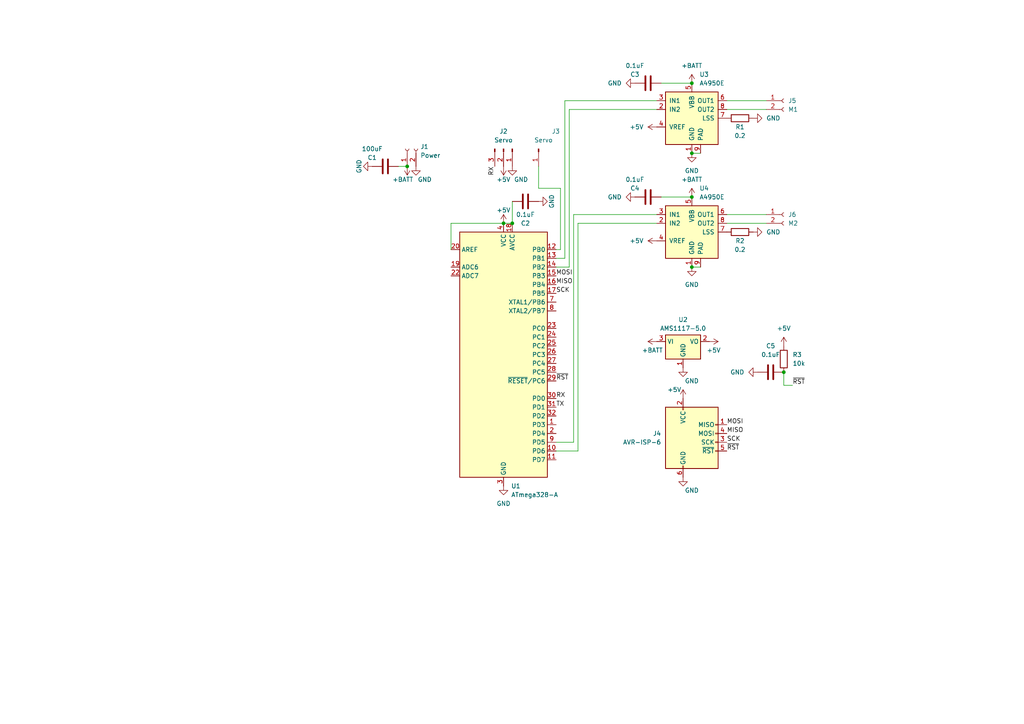
<source format=kicad_sch>
(kicad_sch (version 20230121) (generator eeschema)
  (paper "A4")
  (lib_symbols
    (symbol "Connector:AVR-ISP-6" (pin_names (offset 1.016))
      (property "Reference" "J" (at -6.35 11.43 0))
      (property "Value" "AVR-ISP-6" (at 0 11.43 0))
      (symbol "AVR-ISP-6_0_1"
        (rectangle (start -2.667 -6.858) (end -2.413 -7.62))
        (rectangle (start -2.667 10.16) (end -2.413 9.398))
        (rectangle (start 7.62 -2.413) (end 6.858 -2.667))
        (rectangle (start 7.62 0.127) (end 6.858 -0.127))
        (rectangle (start 7.62 2.667) (end 6.858 2.413))
        (rectangle (start 7.62 5.207) (end 6.858 4.953))
        (rectangle (start 7.62 10.16) (end -7.62 -7.62) (stroke (width 0.254)) (fill (type background)))
      )
      (symbol "AVR-ISP-6_1_1"
        (pin passive line (at 10.16 5.08 180) (length 2.54) (name "MISO") (number "1"))
        (pin passive line (at -2.54 12.7 270) (length 2.54) (name "VCC") (number "2"))
        (pin passive line (at 10.16 0 180) (length 2.54) (name "SCK") (number "3"))
        (pin passive line (at 10.16 2.54 180) (length 2.54) (name "MOSI") (number "4"))
        (pin passive line (at 10.16 -2.54 180) (length 2.54) (name "~{RST}") (number "5"))
        (pin passive line (at -2.54 -10.16 90) (length 2.54) (name "GND") (number "6"))
      )
    )
    (symbol "Connector:Conn_01x01_Pin" (pin_names (offset 1.016) hide)
      (property "Reference" "J" (at 0 2.54 0))
      (property "Value" "Conn_01x01_Pin" (at 0 -2.54 0))
      (symbol "Conn_01x01_Pin_1_1"
        (polyline (pts (xy 1.27 0) (xy 0.8636 0)) (stroke (width 0.1524)))
        (rectangle (start 0.8636 0.127) (end 0 -0.127) (stroke (width 0.1524)) (fill (type outline)))
        (pin passive line (at 5.08 0 180) (length 3.81) (name "Pin_1") (number "1"))
      )
    )
    (symbol "Connector:Conn_01x02_Socket" (pin_names (offset 1.016) hide)
      (property "Reference" "J" (at 0 2.54 0))
      (property "Value" "Conn_01x02_Socket" (at 0 -5.08 0))
      (symbol "Conn_01x02_Socket_1_1"
        (arc (start 0 -2.032) (mid -0.5058 -2.54) (end 0 -3.048) (stroke (width 0.1524)))
        (polyline (pts (xy -1.27 -2.54) (xy -0.508 -2.54)) (stroke (width 0.1524)))
        (polyline (pts (xy -1.27 0) (xy -0.508 0)) (stroke (width 0.1524)))
        (arc (start 0 0.508) (mid -0.5058 0) (end 0 -0.508) (stroke (width 0.1524)))
        (pin passive line (at -5.08 0 0) (length 3.81) (name "Pin_1") (number "1"))
        (pin passive line (at -5.08 -2.54 0) (length 3.81) (name "Pin_2") (number "2"))
      )
    )
    (symbol "Connector:Conn_01x03_Pin" (pin_names (offset 1.016) hide)
      (property "Reference" "J" (at 0 5.08 0))
      (property "Value" "Conn_01x03_Pin" (at 0 -5.08 0))
      (symbol "Conn_01x03_Pin_1_1"
        (polyline (pts (xy 1.27 -2.54) (xy 0.8636 -2.54)) (stroke (width 0.1524)))
        (polyline (pts (xy 1.27 0) (xy 0.8636 0)) (stroke (width 0.1524)))
        (polyline (pts (xy 1.27 2.54) (xy 0.8636 2.54)) (stroke (width 0.1524)))
        (rectangle (start 0.8636 -2.413) (end 0 -2.667) (stroke (width 0.1524)) (fill (type outline)))
        (rectangle (start 0.8636 0.127) (end 0 -0.127) (stroke (width 0.1524)) (fill (type outline)))
        (rectangle (start 0.8636 2.667) (end 0 2.413) (stroke (width 0.1524)) (fill (type outline)))
        (pin passive line (at 5.08 2.54 180) (length 3.81) (name "Pin_1") (number "1"))
        (pin passive line (at 5.08 0 180) (length 3.81) (name "Pin_2") (number "2"))
        (pin passive line (at 5.08 -2.54 180) (length 3.81) (name "Pin_3") (number "3"))
      )
    )
    (symbol "Device:C" (pin_numbers hide) (pin_names (offset 0.254))
      (property "Reference" "C" (at 0.635 2.54 0))
      (property "Value" "C" (at 0.635 -2.54 0))
      (symbol "C_0_1"
        (polyline (pts (xy -2.032 -0.762) (xy 2.032 -0.762)) (stroke (width 0.508)))
        (polyline (pts (xy -2.032 0.762) (xy 2.032 0.762)) (stroke (width 0.508)))
      )
      (symbol "C_1_1"
        (pin passive line (at 0 3.81 270) (length 2.794) (name "~") (number "1"))
        (pin passive line (at 0 -3.81 90) (length 2.794) (name "~") (number "2"))
      )
    )
    (symbol "Device:R" (pin_numbers hide) (pin_names (offset 0))
      (property "Reference" "R" (at 2.032 0 90))
      (property "Value" "R" (at 0 0 90))
      (symbol "R_0_1"
        (rectangle (start -1.016 -2.54) (end 1.016 2.54) (stroke (width 0.254)))
      )
      (symbol "R_1_1"
        (pin passive line (at 0 3.81 270) (length 1.27) (name "~") (number "1"))
        (pin passive line (at 0 -3.81 90) (length 1.27) (name "~") (number "2"))
      )
    )
    (symbol "Driver_Motor:A4950E" (pin_names (offset 1.016))
      (property "Reference" "U" (at -7.62 8.89 0))
      (property "Value" "A4950E" (at 5.08 8.89 0))
      (symbol "A4950E_0_1"
        (rectangle (start -7.62 7.62) (end 7.62 -7.62) (stroke (width 0.254)) (fill (type background)))
      )
      (symbol "A4950E_1_1"
        (pin power_in line (at 0 -10.16 90) (length 2.54) (name "GND") (number "1"))
        (pin input line (at -10.16 2.54 0) (length 2.54) (name "IN2") (number "2"))
        (pin input line (at -10.16 5.08 0) (length 2.54) (name "IN1") (number "3"))
        (pin passive line (at -10.16 -2.54 0) (length 2.54) (name "VREF") (number "4"))
        (pin power_in line (at 0 10.16 270) (length 2.54) (name "VBB") (number "5"))
        (pin power_out line (at 10.16 5.08 180) (length 2.54) (name "OUT1") (number "6"))
        (pin power_in line (at 10.16 0 180) (length 2.54) (name "LSS") (number "7"))
        (pin power_out line (at 10.16 2.54 180) (length 2.54) (name "OUT2") (number "8"))
        (pin power_in line (at 2.54 -10.16 90) (length 2.54) (name "PAD") (number "9"))
      )
    )
    (symbol "MCU_Microchip_ATmega:ATmega328-A"
      (property "Reference" "U" (at -12.7 36.83 0))
      (property "Value" "ATmega328-A" (at 2.54 -36.83 0))
      (symbol "ATmega328-A_0_1"
        (rectangle (start -12.7 -35.56) (end 12.7 35.56) (stroke (width 0.254)) (fill (type background)))
      )
      (symbol "ATmega328-A_1_1"
        (pin bidirectional line (at 15.24 -20.32 180) (length 2.54) (name "PD3") (number "1"))
        (pin bidirectional line (at 15.24 -27.94 180) (length 2.54) (name "PD6") (number "10"))
        (pin bidirectional line (at 15.24 -30.48 180) (length 2.54) (name "PD7") (number "11"))
        (pin bidirectional line (at 15.24 30.48 180) (length 2.54) (name "PB0") (number "12"))
        (pin bidirectional line (at 15.24 27.94 180) (length 2.54) (name "PB1") (number "13"))
        (pin bidirectional line (at 15.24 25.4 180) (length 2.54) (name "PB2") (number "14"))
        (pin bidirectional line (at 15.24 22.86 180) (length 2.54) (name "PB3") (number "15"))
        (pin bidirectional line (at 15.24 20.32 180) (length 2.54) (name "PB4") (number "16"))
        (pin bidirectional line (at 15.24 17.78 180) (length 2.54) (name "PB5") (number "17"))
        (pin power_in line (at 2.54 38.1 270) (length 2.54) (name "AVCC") (number "18"))
        (pin input line (at -15.24 25.4 0) (length 2.54) (name "ADC6") (number "19"))
        (pin bidirectional line (at 15.24 -22.86 180) (length 2.54) (name "PD4") (number "2"))
        (pin passive line (at -15.24 30.48 0) (length 2.54) (name "AREF") (number "20"))
        (pin passive line (at 0 -38.1 90) (length 2.54) hide (name "GND") (number "21"))
        (pin input line (at -15.24 22.86 0) (length 2.54) (name "ADC7") (number "22"))
        (pin bidirectional line (at 15.24 7.62 180) (length 2.54) (name "PC0") (number "23"))
        (pin bidirectional line (at 15.24 5.08 180) (length 2.54) (name "PC1") (number "24"))
        (pin bidirectional line (at 15.24 2.54 180) (length 2.54) (name "PC2") (number "25"))
        (pin bidirectional line (at 15.24 0 180) (length 2.54) (name "PC3") (number "26"))
        (pin bidirectional line (at 15.24 -2.54 180) (length 2.54) (name "PC4") (number "27"))
        (pin bidirectional line (at 15.24 -5.08 180) (length 2.54) (name "PC5") (number "28"))
        (pin bidirectional line (at 15.24 -7.62 180) (length 2.54) (name "~{RESET}/PC6") (number "29"))
        (pin power_in line (at 0 -38.1 90) (length 2.54) (name "GND") (number "3"))
        (pin bidirectional line (at 15.24 -12.7 180) (length 2.54) (name "PD0") (number "30"))
        (pin bidirectional line (at 15.24 -15.24 180) (length 2.54) (name "PD1") (number "31"))
        (pin bidirectional line (at 15.24 -17.78 180) (length 2.54) (name "PD2") (number "32"))
        (pin power_in line (at 0 38.1 270) (length 2.54) (name "VCC") (number "4"))
        (pin passive line (at 0 -38.1 90) (length 2.54) hide (name "GND") (number "5"))
        (pin passive line (at 0 38.1 270) (length 2.54) hide (name "VCC") (number "6"))
        (pin bidirectional line (at 15.24 15.24 180) (length 2.54) (name "XTAL1/PB6") (number "7"))
        (pin bidirectional line (at 15.24 12.7 180) (length 2.54) (name "XTAL2/PB7") (number "8"))
        (pin bidirectional line (at 15.24 -25.4 180) (length 2.54) (name "PD5") (number "9"))
      )
    )
    (symbol "Regulator_Linear:AMS1117-5.0"
      (property "Reference" "U" (at -3.81 3.175 0))
      (property "Value" "AMS1117-5.0" (at 0 3.175 0))
      (symbol "AMS1117-5.0_0_1"
        (rectangle (start -5.08 -5.08) (end 5.08 1.905) (stroke (width 0.254)) (fill (type background)))
      )
      (symbol "AMS1117-5.0_1_1"
        (pin power_in line (at 0 -7.62 90) (length 2.54) (name "GND") (number "1"))
        (pin power_out line (at 7.62 0 180) (length 2.54) (name "VO") (number "2"))
        (pin power_in line (at -7.62 0 0) (length 2.54) (name "VI") (number "3"))
      )
    )
    (symbol "power:+5V" (power) (pin_names (offset 0))
      (property "Value" "+5V" (at 0 3.556 0))
      (symbol "+5V_0_1"
        (polyline (pts (xy -0.762 1.27) (xy 0 2.54)))
        (polyline (pts (xy 0 0) (xy 0 2.54)))
        (polyline (pts (xy 0 2.54) (xy 0.762 1.27)))
      )
      (symbol "+5V_1_1"
        (pin power_in line (at 0 0 90) (length 0) hide (name "+5V") (number "1"))
      )
    )
    (symbol "power:+BATT" (power) (pin_names (offset 0))
      (property "Value" "+BATT" (at 0 3.556 0))
      (symbol "+BATT_0_1"
        (polyline (pts (xy -0.762 1.27) (xy 0 2.54)))
        (polyline (pts (xy 0 0) (xy 0 2.54)))
        (polyline (pts (xy 0 2.54) (xy 0.762 1.27)))
      )
      (symbol "+BATT_1_1"
        (pin power_in line (at 0 0 90) (length 0) hide (name "+BATT") (number "1"))
      )
    )
    (symbol "power:GND" (power) (pin_names (offset 0))
      (property "Value" "GND" (at 0 -3.81 0))
      (symbol "GND_0_1"
        (polyline (pts (xy 0 0) (xy 0 -1.27) (xy 1.27 -1.27) (xy 0 -2.54) (xy -1.27 -1.27) (xy 0 -1.27)))
      )
      (symbol "GND_1_1"
        (pin power_in line (at 0 0 270) (length 0) hide (name "GND") (number "1"))
      )
    )
  )
  (junction (at 200.66 24.13))
  (junction (at 118.11 48.26))
  (junction (at 200.66 57.15))
  (junction (at 200.66 44.45))
  (junction (at 200.66 77.47))
  (junction (at 227.33 107.95))
  (junction (at 148.59 64.77))
  (junction (at 146.05 64.77))
  (wire (pts (xy 156.21 48.26) (xy 156.21 54.61)))
  (wire (pts (xy 210.82 64.77) (xy 222.25 64.77)))
  (wire (pts (xy 161.29 74.93) (xy 163.83 74.93)))
  (wire (pts (xy 165.1 31.75) (xy 165.1 77.47)))
  (wire (pts (xy 130.81 64.77) (xy 130.81 72.39)))
  (wire (pts (xy 115.57 48.26) (xy 118.11 48.26)))
  (wire (pts (xy 200.66 44.45) (xy 203.2 44.45)))
  (wire (pts (xy 229.87 111.76) (xy 227.33 111.76)))
  (wire (pts (xy 166.37 128.27) (xy 166.37 62.23)))
  (wire (pts (xy 161.29 128.27) (xy 166.37 128.27)))
  (wire (pts (xy 163.83 29.21) (xy 163.83 74.93)))
  (wire (pts (xy 162.56 54.61) (xy 156.21 54.61)))
  (wire (pts (xy 162.56 72.39) (xy 162.56 54.61)))
  (wire (pts (xy 191.77 57.15) (xy 200.66 57.15)))
  (wire (pts (xy 167.64 130.81) (xy 167.64 64.77)))
  (wire (pts (xy 146.05 64.77) (xy 148.59 64.77)))
  (wire (pts (xy 166.37 62.23) (xy 190.5 62.23)))
  (wire (pts (xy 210.82 29.21) (xy 222.25 29.21)))
  (wire (pts (xy 146.05 64.77) (xy 130.81 64.77)))
  (wire (pts (xy 161.29 130.81) (xy 167.64 130.81)))
  (wire (pts (xy 200.66 77.47) (xy 203.2 77.47)))
  (wire (pts (xy 163.83 29.21) (xy 190.5 29.21)))
  (wire (pts (xy 191.77 24.13) (xy 200.66 24.13)))
  (wire (pts (xy 210.82 31.75) (xy 222.25 31.75)))
  (wire (pts (xy 227.33 111.76) (xy 227.33 107.95)))
  (wire (pts (xy 167.64 64.77) (xy 190.5 64.77)))
  (wire (pts (xy 161.29 72.39) (xy 162.56 72.39)))
  (wire (pts (xy 210.82 62.23) (xy 222.25 62.23)))
  (wire (pts (xy 148.59 58.42) (xy 148.59 64.77)))
  (wire (pts (xy 161.29 77.47) (xy 165.1 77.47)))
  (wire (pts (xy 165.1 31.75) (xy 190.5 31.75)))
  (label "~{RST}" (at 229.87 111.76 0))
  (label "RX" (at 161.29 115.57 0))
  (label "RX" (at 143.51 48.26 270))
  (label "~{RST}" (at 161.29 110.49 0))
  (label "SCK" (at 210.82 128.27 0))
  (label "MOSI" (at 161.29 80.01 0))
  (label "MISO" (at 210.82 125.73 0))
  (label "MISO" (at 161.29 82.55 0))
  (label "SCK" (at 161.29 85.09 0))
  (label "MOSI" (at 210.82 123.19 0))
  (label "TX" (at 161.29 118.11 0))
  (label "~{RST}" (at 210.82 130.81 0))
  (symbol (lib_id "power:GND") (at 184.15 57.15 270) (unit 1)
    (property "Reference" "#PWR010" (effects hide))
    (property "Value" "GND" (at 180.34 57.15 90) (effects (justify right)))
  )
  (symbol (lib_id "power:+5V") (at 227.33 100.33 0) (unit 1)
    (property "Reference" "#PWR025" (effects hide))
    (property "Value" "+5V" (at 227.33 95.25 0))
  )
  (symbol (lib_id "power:GND") (at 198.12 106.68 0) (unit 1)
    (property "Reference" "#PWR014" (effects hide))
    (property "Value" "GND" (at 200.66 110.49 0))
  )
  (symbol (lib_id "Connector:Conn_01x02_Socket") (at 227.33 29.21 0) (unit 1)
    (property "Reference" "J5" (at 228.6 29.21 0) (effects (justify left)))
    (property "Value" "M1" (at 228.6 31.75 0) (effects (justify left)))
    (property "Footprint" "Connector_PinSocket_2.54mm:PinSocket_1x02_P2.54mm_Vertical" (effects hide))
  )
  (symbol (lib_id "Regulator_Linear:AMS1117-5.0") (at 198.12 99.06 0) (unit 1)
    (property "Reference" "U2" (at 198.12 92.71 0))
    (property "Value" "AMS1117-5.0" (at 198.12 95.25 0))
    (property "Footprint" "Package_TO_SOT_SMD:SOT-223-3_TabPin2" (effects hide))
    (property "Datasheet" "http://www.advanced-monolithic.com/pdf/ds1117.pdf" (effects hide))
  )
  (symbol (lib_id "Device:R") (at 214.63 67.31 270) (unit 1)
    (property "Reference" "R2" (at 214.63 69.85 90))
    (property "Value" "0.2" (at 214.63 72.39 90))
    (property "Footprint" "Resistor_SMD:R_0805_2012Metric" (effects hide))
  )
  (symbol (lib_id "power:+5V") (at 146.05 48.26 180) (unit 1)
    (property "Reference" "#PWR04" (effects hide))
    (property "Value" "+5V" (at 146.05 52.07 0))
  )
  (symbol (lib_id "power:+5V") (at 190.5 36.83 90) (unit 1)
    (property "Reference" "#PWR011" (effects hide))
    (property "Value" "+5V" (at 186.69 36.83 90) (effects (justify left)))
  )
  (symbol (lib_id "Driver_Motor:A4950E") (at 200.66 67.31 0) (unit 1)
    (property "Reference" "U4" (at 202.8541 54.61 0) (effects (justify left)))
    (property "Value" "A4950E" (at 202.8541 57.15 0) (effects (justify left)))
    (property "Footprint" "Package_SO:SOIC-8-1EP_3.9x4.9mm_P1.27mm_EP2.41x3.3mm" (effects hide))
    (property "Datasheet" "http://www.allegromicro.com/~/media/Files/Datasheets/A4950-Datasheet.ashx" (effects hide))
  )
  (symbol (lib_id "power:GND") (at 218.44 67.31 90) (unit 1)
    (property "Reference" "#PWR023" (effects hide))
    (property "Value" "GND" (at 222.25 67.31 90) (effects (justify right)))
  )
  (symbol (lib_id "power:GND") (at 198.12 138.43 0) (unit 1)
    (property "Reference" "#PWR016" (effects hide))
    (property "Value" "GND" (at 200.66 142.24 0))
  )
  (symbol (lib_id "MCU_Microchip_ATmega:ATmega328-A") (at 146.05 102.87 0) (unit 1)
    (property "Reference" "U1" (at 148.2441 140.97 0) (effects (justify left)))
    (property "Value" "ATmega328-A" (at 148.2441 143.51 0) (effects (justify left)))
    (property "Footprint" "Package_QFP:TQFP-32_7x7mm_P0.8mm" (effects hide))
    (property "Datasheet" "http://ww1.microchip.com/downloads/en/DeviceDoc/ATmega328_P%20AVR%20MCU%20with%20picoPower%20Technology%20Data%20Sheet%2040001984A.pdf" (effects hide))
  )
  (symbol (lib_id "power:GND") (at 146.05 140.97 0) (unit 1)
    (property "Reference" "#PWR06" (effects hide))
    (property "Value" "GND" (at 146.05 146.05 0))
  )
  (symbol (lib_id "Connector:Conn_01x03_Pin") (at 146.05 43.18 270) (unit 1)
    (property "Reference" "J2" (at 146.05 38.1 90))
    (property "Value" "Servo" (at 146.05 40.64 90))
    (property "Footprint" "Connector_PinHeader_2.54mm:PinHeader_1x03_P2.54mm_Vertical" (effects hide))
  )
  (symbol (lib_id "power:GND") (at 218.44 34.29 90) (unit 1)
    (property "Reference" "#PWR022" (effects hide))
    (property "Value" "GND" (at 222.25 34.29 90) (effects (justify right)))
  )
  (symbol (lib_id "power:GND") (at 219.71 107.95 270) (unit 1)
    (property "Reference" "#PWR024" (effects hide))
    (property "Value" "GND" (at 215.9 107.95 90) (effects (justify right)))
  )
  (symbol (lib_id "Device:C") (at 187.96 24.13 270) (unit 1)
    (property "Reference" "C3" (at 184.15 21.59 90))
    (property "Value" "0.1uF" (at 184.15 19.05 90))
    (property "Footprint" "Capacitor_SMD:C_0805_2012Metric" (effects hide))
  )
  (symbol (lib_id "power:GND") (at 200.66 77.47 0) (unit 1)
    (property "Reference" "#PWR020" (effects hide))
    (property "Value" "GND" (at 200.66 82.55 0))
  )
  (symbol (lib_id "Connector:Conn_01x01_Pin") (at 156.21 43.18 270) (unit 1)
    (property "Reference" "J3" (at 160.02 38.1 90) (effects (justify left)))
    (property "Value" "Servo" (at 154.94 40.64 90) (effects (justify left)))
    (property "Footprint" "Connector_PinHeader_2.54mm:PinHeader_1x01_P2.54mm_Vertical" (effects hide))
  )
  (symbol (lib_id "power:GND") (at 107.95 48.26 270) (unit 1)
    (property "Reference" "#PWR01" (effects hide))
    (property "Value" "GND" (at 104.14 48.26 0))
  )
  (symbol (lib_id "power:+5V") (at 146.05 64.77 0) (unit 1)
    (property "Reference" "#PWR05" (effects hide))
    (property "Value" "+5V" (at 146.05 60.96 0))
  )
  (symbol (lib_id "Driver_Motor:A4950E") (at 200.66 34.29 0) (unit 1)
    (property "Reference" "U3" (at 202.8541 21.59 0) (effects (justify left)))
    (property "Value" "A4950E" (at 202.8541 24.13 0) (effects (justify left)))
    (property "Footprint" "Package_SO:SOIC-8-1EP_3.9x4.9mm_P1.27mm_EP2.41x3.3mm" (effects hide))
    (property "Datasheet" "http://www.allegromicro.com/~/media/Files/Datasheets/A4950-Datasheet.ashx" (effects hide))
  )
  (symbol (lib_id "power:+5V") (at 190.5 69.85 90) (unit 1)
    (property "Reference" "#PWR012" (effects hide))
    (property "Value" "+5V" (at 186.69 69.85 90) (effects (justify left)))
  )
  (symbol (lib_id "Device:R") (at 227.33 104.14 0) (unit 1)
    (property "Reference" "R3" (at 229.87 102.87 0) (effects (justify left)))
    (property "Value" "10k" (at 229.87 105.41 0) (effects (justify left)))
    (property "Footprint" "Resistor_SMD:R_0805_2012Metric" (effects hide))
  )
  (symbol (lib_id "power:GND") (at 120.65 48.26 0) (unit 1)
    (property "Reference" "#PWR03" (effects hide))
    (property "Value" "GND" (at 123.19 52.07 0))
  )
  (symbol (lib_id "power:+BATT") (at 118.11 48.26 180) (unit 1)
    (property "Reference" "#PWR02" (effects hide))
    (property "Value" "+BATT" (at 116.84 52.07 0))
  )
  (symbol (lib_id "Device:R") (at 214.63 34.29 270) (unit 1)
    (property "Reference" "R1" (at 214.63 36.83 90))
    (property "Value" "0.2" (at 214.63 39.37 90))
    (property "Footprint" "Resistor_SMD:R_0805_2012Metric" (effects hide))
  )
  (symbol (lib_id "Connector:Conn_01x02_Socket") (at 227.33 62.23 0) (unit 1)
    (property "Reference" "J6" (at 228.6 62.23 0) (effects (justify left)))
    (property "Value" "M2" (at 228.6 64.77 0) (effects (justify left)))
    (property "Footprint" "Connector_PinSocket_2.54mm:PinSocket_1x02_P2.54mm_Vertical" (effects hide))
  )
  (symbol (lib_id "power:+5V") (at 205.74 99.06 270) (unit 1)
    (property "Reference" "#PWR021" (effects hide))
    (property "Value" "+5V" (at 207.01 101.6 90))
  )
  (symbol (lib_id "Device:C") (at 152.4 58.42 270) (unit 1)
    (property "Reference" "C2" (at 152.4 64.77 90))
    (property "Value" "0.1uF" (at 152.4 62.23 90))
    (property "Footprint" "Capacitor_SMD:C_0805_2012Metric" (effects hide))
  )
  (symbol (lib_id "power:GND") (at 148.59 48.26 0) (unit 1)
    (property "Reference" "#PWR07" (effects hide))
    (property "Value" "GND" (at 151.13 52.07 0))
  )
  (symbol (lib_id "Device:C") (at 111.76 48.26 270) (unit 1)
    (property "Reference" "C1" (at 107.95 45.72 90))
    (property "Value" "100uF" (at 107.95 43.18 90))
    (property "Footprint" "Capacitor_SMD:C_1206_3216Metric" (effects hide))
  )
  (symbol (lib_id "power:+BATT") (at 200.66 24.13 0) (unit 1)
    (property "Reference" "#PWR017" (effects hide))
    (property "Value" "+BATT" (at 200.66 19.05 0))
  )
  (symbol (lib_id "power:GND") (at 200.66 44.45 0) (unit 1)
    (property "Reference" "#PWR018" (effects hide))
    (property "Value" "GND" (at 200.66 49.53 0))
  )
  (symbol (lib_id "Device:C") (at 187.96 57.15 270) (unit 1)
    (property "Reference" "C4" (at 184.15 54.61 90))
    (property "Value" "0.1uF" (at 184.15 52.07 90))
    (property "Footprint" "Capacitor_SMD:C_0805_2012Metric" (effects hide))
  )
  (symbol (lib_id "power:+BATT") (at 200.66 57.15 0) (unit 1)
    (property "Reference" "#PWR019" (effects hide))
    (property "Value" "+BATT" (at 200.66 52.07 0))
  )
  (symbol (lib_id "Connector:Conn_01x02_Socket") (at 118.11 43.18 90) (unit 1)
    (property "Reference" "J1" (at 121.92 42.545 90) (effects (justify right)))
    (property "Value" "Power" (at 121.92 45.085 90) (effects (justify right)))
    (property "Footprint" "Connector_PinSocket_2.54mm:PinSocket_1x02_P2.54mm_Vertical" (effects hide))
  )
  (symbol (lib_id "Device:C") (at 223.52 107.95 90) (unit 1)
    (property "Reference" "C5" (at 223.52 100.33 90))
    (property "Value" "0.1uF" (at 223.52 102.87 90))
    (property "Footprint" "Capacitor_SMD:C_0805_2012Metric" (effects hide))
  )
  (symbol (lib_id "Connector:AVR-ISP-6") (at 200.66 128.27 0) (unit 1)
    (property "Reference" "J4" (at 191.77 125.73 0) (effects (justify right)))
    (property "Value" "AVR-ISP-6" (at 191.77 128.27 0) (effects (justify right)))
    (property "Footprint" "Connector_PinHeader_2.54mm:PinHeader_2x03_P2.54mm_Vertical" (effects hide))
    (property "Datasheet" " ~" (effects hide))
  )
  (symbol (lib_id "power:GND") (at 184.15 24.13 270) (unit 1)
    (property "Reference" "#PWR09" (effects hide))
    (property "Value" "GND" (at 180.34 24.13 90) (effects (justify right)))
  )
  (symbol (lib_id "power:+BATT") (at 190.5 99.06 90) (unit 1)
    (property "Reference" "#PWR013" (effects hide))
    (property "Value" "+BATT" (at 189.23 101.6 90))
  )
  (symbol (lib_id "power:+5V") (at 198.12 115.57 0) (unit 1)
    (property "Reference" "#PWR015" (effects hide))
    (property "Value" "+5V" (at 195.58 113.03 0))
  )
  (symbol (lib_id "power:GND") (at 156.21 58.42 90) (unit 1)
    (property "Reference" "#PWR08" (effects hide))
    (property "Value" "GND" (at 160.02 58.42 0))
  )
)
</source>
